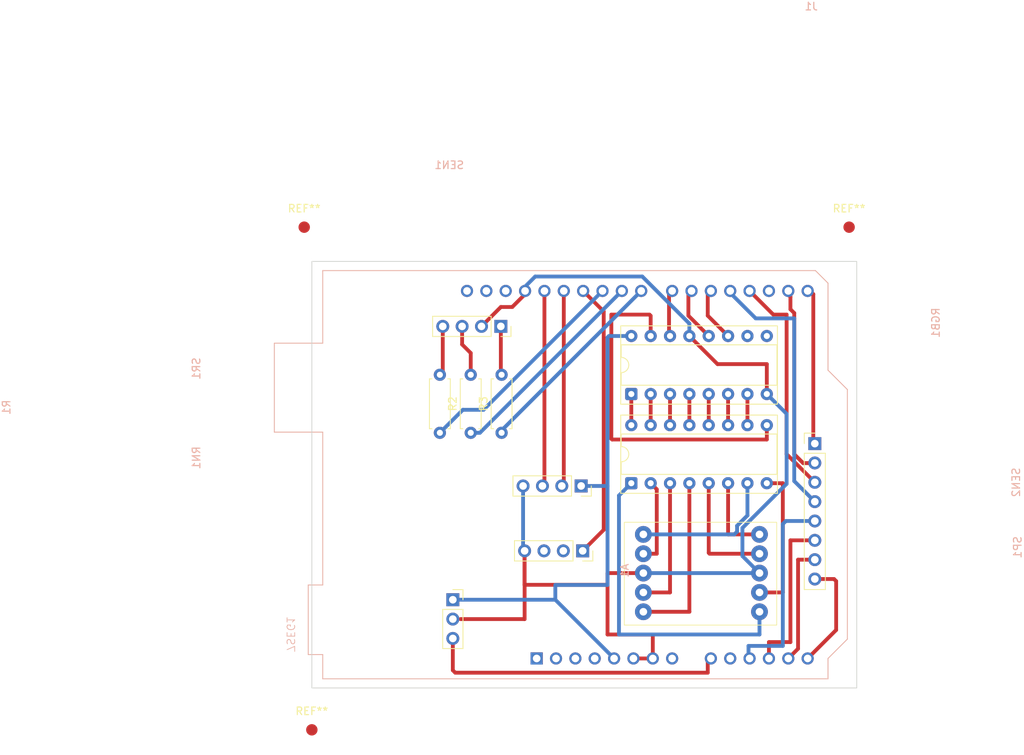
<source format=kicad_pcb>
(kicad_pcb (version 20241229) (generator "pcbnew") (generator_version "9.0")
  (layers (0 "F.Cu" signal) (2 "B.Cu" signal) (13 "F.Paste" user) (15 "B.Paste" user) (5 "F.SilkS" user "F.Silkscreen") (7 "B.SilkS" user "B.Silkscreen") (1 "F.Mask" user) (3 "B.Mask" user) (25 "Edge.Cuts" user))
  (net 0 "")
  (net 1 "/B")
  (net 2 "/A")
  (net 3 "/G")
  (net 4 "GND")
  (net 5 "/E")
  (net 6 "/D")
  (net 7 "/F")
  (net 8 "/DP")
  (net 9 "/C")
  (net 10 "/D1")
  (net 13 "/A0")
  (net 15 "/A1")
  (net 16 "/D2")
  (net 17 "/D6")
  (net 18 "/A3")
  (net 19 "/A2")
  (net 20 "/PWM8")
  (net 21 "/D7")
  (net 22 "/5v")
  (net 23 "/D13")
  (net 25 "/PWM11")
  (net 26 "/A5")
  (net 27 "/D12")
  (net 28 "/PWM9")
  (net 29 "/D0")
  (net 30 "/PWM10")
  (net 31 "/A4")
  (net 32 "/D3")
  (net 33 "/D4")
  (net 35 "/D5")
  (net 39 "Net-(RGB1-Pin_4)")
  (net 40 "Net-(RGB1-Pin_3)")
  (net 41 "Net-(RGB1-Pin_1)")
  (net 42 "Net-(RN1-R4.2)")
  (net 43 "Net-(RN1-R8.2)")
  (net 44 "Net-(RN1-R3.2)")
  (net 45 "Net-(RN1-R2.2)")
  (net 46 "/12")
  (net 47 "/11")
  (net 48 "Net-(RN1-R1.2)")
  (net 49 "/10")
  (footprint "Connector_PinHeader_2.54mm:PinHeader_1x08_P2.54mm_Vertical" (layer "F.Cu") (at 179.2 92.94)
    (property "Reference" "J1" (at -0.47 -57.4 180) (layer "B.SilkS") (effects (justify mirror)))
    (property "Value" "Conn_01x08_Pin")
    (fp_line (start -1.38 -1.38) (end 0 -1.38) (stroke (width 0.12)) (layer "F.SilkS"))
    (fp_line (start -1.38 0) (end -1.38 -1.38) (stroke (width 0.12)) (layer "F.SilkS"))
    (fp_line (start -1.38 1.27) (end -1.38 19.16) (stroke (width 0.12)) (layer "F.SilkS"))
    (fp_line (start -1.38 1.27) (end 1.38 1.27) (stroke (width 0.12)) (layer "F.SilkS"))
    (fp_line (start -1.38 19.16) (end 1.38 19.16) (stroke (width 0.12)) (layer "F.SilkS"))
    (fp_line (start 1.38 1.27) (end 1.38 19.16) (stroke (width 0.12)) (layer "F.SilkS"))
    (pad "1" thru_hole rect (at 0 0) (size 1.7 1.7) (drill 1) (layers "*.Cu" "*.Mask") (net 29 "/D0"))
    (pad "2" thru_hole circle (at 0 2.54) (size 1.7 1.7) (drill 1) (layers "*.Cu" "*.Mask") (net 10 "/D1"))
    (pad "3" thru_hole circle (at 0 5.08) (size 1.7 1.7) (drill 1) (layers "*.Cu" "*.Mask") (net 32 "/D3"))
    (pad "4" thru_hole circle (at 0 7.62) (size 1.7 1.7) (drill 1) (layers "*.Cu" "*.Mask") (net 33 "/D4"))
    (pad "5" thru_hole circle (at 0 10.16) (size 1.7 1.7) (drill 1) (layers "*.Cu" "*.Mask") (net 19 "/A2"))
    (pad "6" thru_hole circle (at 0 12.7) (size 1.7 1.7) (drill 1) (layers "*.Cu" "*.Mask") (net 18 "/A3"))
    (pad "7" thru_hole circle (at 0 15.24) (size 1.7 1.7) (drill 1) (layers "*.Cu" "*.Mask") (net 31 "/A4"))
    (pad "8" thru_hole circle (at 0 17.78) (size 1.7 1.7) (drill 1) (layers "*.Cu" "*.Mask") (net 26 "/A5"))
  )
  (footprint "Resistor_THT:R_Axial_DIN0207_L6.3mm_D2.5mm_P7.62mm_Horizontal" (layer "F.Cu") (at 130 91.52 90)
    (property "Reference" "R1" (at 3.34 -56.87 90) (layer "B.SilkS") (effects (justify mirror)))
    (property "Value" "R")
    (fp_line (start 7.08 -1.37) (end 7.08 -1.04) (stroke (width 0.12)) (layer "F.SilkS"))
    (fp_line (start 0.54 -1.37) (end 7.08 -1.37) (stroke (width 0.12)) (layer "F.SilkS"))
    (fp_line (start 0.54 -1.04) (end 0.54 -1.37) (stroke (width 0.12)) (layer "F.SilkS"))
    (fp_line (start 0.54 1.04) (end 0.54 1.37) (stroke (width 0.12)) (layer "F.SilkS"))
    (fp_line (start 7.08 1.37) (end 7.08 1.04) (stroke (width 0.12)) (layer "F.SilkS"))
    (fp_line (start 0.54 1.37) (end 7.08 1.37) (stroke (width 0.12)) (layer "F.SilkS"))
    (pad "1" thru_hole circle (at 0 0 90) (size 1.6 1.6) (drill 0.8) (layers "*.Cu" "*.Mask") (net 30 "/PWM10"))
    (pad "2" thru_hole circle (at 7.62 0 90) (size 1.6 1.6) (drill 0.8) (layers "*.Cu" "*.Mask") (net 39 "Net-(RGB1-Pin_4)"))
  )
  (footprint "Fiducial:Fiducial_1.5mm_Mask3mm" (layer "F.Cu") (at 113.2 130.52)
    (property "Reference" "REF**" (at 0 -2.45 0) (layer "F.SilkS"))
    (property "Value" "Fiducial_1.5mm_Mask3mm")
    (pad "" smd circle (at 0 0) (size 1.5 1.5) (layers "F.Cu" "F.Mask"))
  )
  (footprint "Package_DIP:DIP-16_W7.62mm_Socket" (layer "F.Cu") (at 155.12 86.43 90)
    (property "Reference" "SR1" (at 3.34 -57.07 90) (layer "B.SilkS") (effects (justify mirror)))
    (property "Value" "74HC595")
    (fp_line (start 6.46 -1.33) (end 4.81 -1.33) (stroke (width 0.12)) (layer "F.SilkS"))
    (fp_line (start 2.81 -1.33) (end 1.16 -1.33) (stroke (width 0.12)) (layer "F.SilkS"))
    (fp_line (start 1.16 -1.33) (end 1.16 19.11) (stroke (width 0.12)) (layer "F.SilkS"))
    (fp_line (start 6.46 19.11) (end 6.46 -1.33) (stroke (width 0.12)) (layer "F.SilkS"))
    (fp_line (start 1.16 19.11) (end 6.46 19.11) (stroke (width 0.12)) (layer "F.SilkS"))
    (fp_rect (start -1.33 -1.39) (end 8.95 19.17) (stroke (width 0.12)) (fill no) (layer "F.SilkS"))
    (fp_arc (start 4.81 -1.33) (mid 3.81 -0.33) (end 2.81 -1.33) (stroke (width 0.12)) (layer "F.SilkS"))
    (pad "1" thru_hole roundrect (at 0 0 90) (size 1.6 1.6) (drill 0.8) (layers "*.Cu" "*.Mask") (roundrect_rratio 0.15625) (net 48 "Net-(RN1-R1.2)"))
    (pad "2" thru_hole circle (at 0 2.54 90) (size 1.6 1.6) (drill 0.8) (layers "*.Cu" "*.Mask") (net 45 "Net-(RN1-R2.2)"))
    (pad "3" thru_hole circle (at 0 5.08 90) (size 1.6 1.6) (drill 0.8) (layers "*.Cu" "*.Mask") (net 44 "Net-(RN1-R3.2)"))
    (pad "4" thru_hole circle (at 0 7.62 90) (size 1.6 1.6) (drill 0.8) (layers "*.Cu" "*.Mask") (net 42 "Net-(RN1-R4.2)"))
    (pad "5" thru_hole circle (at 0 10.16 90) (size 1.6 1.6) (drill 0.8) (layers "*.Cu" "*.Mask") (net 46 "/12"))
    (pad "6" thru_hole circle (at 0 12.7 90) (size 1.6 1.6) (drill 0.8) (layers "*.Cu" "*.Mask") (net 47 "/11"))
    (pad "7" thru_hole circle (at 0 15.24 90) (size 1.6 1.6) (drill 0.8) (layers "*.Cu" "*.Mask") (net 49 "/10"))
    (pad "8" thru_hole circle (at 0 17.78 90) (size 1.6 1.6) (drill 0.8) (layers "*.Cu" "*.Mask") (net 4 "GND"))
    (pad "9" thru_hole circle (at 7.62 17.78 90) (size 1.6 1.6) (drill 0.8) (layers "*.Cu" "*.Mask"))
    (pad "10" thru_hole circle (at 7.62 15.24 90) (size 1.6 1.6) (drill 0.8) (layers "*.Cu" "*.Mask"))
    (pad "11" thru_hole circle (at 7.62 12.7 90) (size 1.6 1.6) (drill 0.8) (layers "*.Cu" "*.Mask") (net 35 "/D5"))
    (pad "12" thru_hole circle (at 7.62 10.16 90) (size 1.6 1.6) (drill 0.8) (layers "*.Cu" "*.Mask") (net 17 "/D6"))
    (pad "13" thru_hole circle (at 7.62 7.62 90) (size 1.6 1.6) (drill 0.8) (layers "*.Cu" "*.Mask") (net 4 "GND"))
    (pad "14" thru_hole circle (at 7.62 5.08 90) (size 1.6 1.6) (drill 0.8) (layers "*.Cu" "*.Mask") (net 21 "/D7"))
    (pad "15" thru_hole circle (at 7.62 2.54 90) (size 1.6 1.6) (drill 0.8) (layers "*.Cu" "*.Mask") (net 43 "Net-(RN1-R8.2)"))
    (pad "16" thru_hole circle (at 7.62 0 90) (size 1.6 1.6) (drill 0.8) (layers "*.Cu" "*.Mask") (net 22 "/5v"))
  )
  (footprint "Package_DIP:DIP-16_W7.62mm_Socket" (layer "F.Cu") (at 155.12 98.14 90)
    (property "Reference" "RN1" (at 3.34 -57.07 90) (layer "B.SilkS") (effects (justify mirror)))
    (property "Value" "R_Pack08")
    (fp_line (start 6.46 -1.33) (end 4.81 -1.33) (stroke (width 0.12)) (layer "F.SilkS"))
    (fp_line (start 2.81 -1.33) (end 1.16 -1.33) (stroke (width 0.12)) (layer "F.SilkS"))
    (fp_line (start 1.16 -1.33) (end 1.16 19.11) (stroke (width 0.12)) (layer "F.SilkS"))
    (fp_line (start 6.46 19.11) (end 6.46 -1.33) (stroke (width 0.12)) (layer "F.SilkS"))
    (fp_line (start 1.16 19.11) (end 6.46 19.11) (stroke (width 0.12)) (layer "F.SilkS"))
    (fp_rect (start -1.33 -1.39) (end 8.95 19.17) (stroke (width 0.12)) (fill no) (layer "F.SilkS"))
    (fp_arc (start 4.81 -1.33) (mid 3.81 -0.33) (end 2.81 -1.33) (stroke (width 0.12)) (layer "F.SilkS"))
    (pad "1" thru_hole roundrect (at 0 0 90) (size 1.6 1.6) (drill 0.8) (layers "*.Cu" "*.Mask") (roundrect_rratio 0.15625) (net 1 "/B"))
    (pad "2" thru_hole circle (at 0 2.54 90) (size 1.6 1.6) (drill 0.8) (layers "*.Cu" "*.Mask") (net 9 "/C"))
    (pad "3" thru_hole circle (at 0 5.08 90) (size 1.6 1.6) (drill 0.8) (layers "*.Cu" "*.Mask") (net 6 "/D"))
    (pad "4" thru_hole circle (at 0 7.62 90) (size 1.6 1.6) (drill 0.8) (layers "*.Cu" "*.Mask") (net 5 "/E"))
    (pad "5" thru_hole circle (at 0 10.16 90) (size 1.6 1.6) (drill 0.8) (layers "*.Cu" "*.Mask") (net 7 "/F"))
    (pad "6" thru_hole circle (at 0 12.7 90) (size 1.6 1.6) (drill 0.8) (layers "*.Cu" "*.Mask") (net 3 "/G"))
    (pad "7" thru_hole circle (at 0 15.24 90) (size 1.6 1.6) (drill 0.8) (layers "*.Cu" "*.Mask") (net 8 "/DP"))
    (pad "8" thru_hole circle (at 0 17.78 90) (size 1.6 1.6) (drill 0.8) (layers "*.Cu" "*.Mask") (net 2 "/A"))
    (pad "9" thru_hole circle (at 7.62 17.78 90) (size 1.6 1.6) (drill 0.8) (layers "*.Cu" "*.Mask") (net 43 "Net-(RN1-R8.2)"))
    (pad "10" thru_hole circle (at 7.62 15.24 90) (size 1.6 1.6) (drill 0.8) (layers "*.Cu" "*.Mask") (net 49 "/10"))
    (pad "11" thru_hole circle (at 7.62 12.7 90) (size 1.6 1.6) (drill 0.8) (layers "*.Cu" "*.Mask") (net 47 "/11"))
    (pad "12" thru_hole circle (at 7.62 10.16 90) (size 1.6 1.6) (drill 0.8) (layers "*.Cu" "*.Mask") (net 46 "/12"))
    (pad "13" thru_hole circle (at 7.62 7.62 90) (size 1.6 1.6) (drill 0.8) (layers "*.Cu" "*.Mask") (net 42 "Net-(RN1-R4.2)"))
    (pad "14" thru_hole circle (at 7.62 5.08 90) (size 1.6 1.6) (drill 0.8) (layers "*.Cu" "*.Mask") (net 44 "Net-(RN1-R3.2)"))
    (pad "15" thru_hole circle (at 7.62 2.54 90) (size 1.6 1.6) (drill 0.8) (layers "*.Cu" "*.Mask") (net 45 "Net-(RN1-R2.2)"))
    (pad "16" thru_hole circle (at 7.62 0 90) (size 1.6 1.6) (drill 0.8) (layers "*.Cu" "*.Mask") (net 48 "Net-(RN1-R1.2)"))
  )
  (footprint "Fiducial:Fiducial_1.5mm_Mask3mm" (layer "F.Cu") (at 112.2 64.52)
    (property "Reference" "REF**" (at 0 -2.45 0) (layer "F.SilkS"))
    (property "Value" "Fiducial_1.5mm_Mask3mm")
    (pad "" smd circle (at 0 0) (size 1.5 1.5) (layers "F.Cu" "F.Mask"))
  )
  (footprint "Connector_PinSocket_2.54mm:PinSocket_1x04_P2.54mm_Vertical" (layer "F.Cu") (at 138 77.545 -90)
    (property "Reference" "RGB1" (at -0.47 -57.07 90) (layer "B.SilkS") (effects (justify mirror)))
    (property "Value" "Conn_01x04_Socket")
    (fp_line (start -1.33 8.95) (end 1.33 8.95) (stroke (width 0.12)) (layer "F.SilkS"))
    (fp_line (start -1.33 1.27) (end -1.33 8.95) (stroke (width 0.12)) (layer "F.SilkS"))
    (fp_line (start -1.33 1.27) (end 1.33 1.27) (stroke (width 0.12)) (layer "F.SilkS"))
    (fp_line (start 1.33 1.27) (end 1.33 8.95) (stroke (width 0.12)) (layer "F.SilkS"))
    (fp_line (start 0 -1.33) (end 1.33 -1.33) (stroke (width 0.12)) (layer "F.SilkS"))
    (fp_line (start 1.33 -1.33) (end 1.33 0) (stroke (width 0.12)) (layer "F.SilkS"))
    (pad "1" thru_hole rect (at 0 0 270) (size 1.7 1.7) (drill 1) (layers "*.Cu" "*.Mask") (net 41 "Net-(RGB1-Pin_1)"))
    (pad "2" thru_hole circle (at 0 2.54 270) (size 1.7 1.7) (drill 1) (layers "*.Cu" "*.Mask") (net 4 "GND"))
    (pad "3" thru_hole circle (at 0 5.08 270) (size 1.7 1.7) (drill 1) (layers "*.Cu" "*.Mask") (net 40 "Net-(RGB1-Pin_3)"))
    (pad "4" thru_hole circle (at 0 7.62 270) (size 1.7 1.7) (drill 1) (layers "*.Cu" "*.Mask") (net 39 "Net-(RGB1-Pin_4)"))
  )
  (footprint "Fiducial:Fiducial_1.5mm_Mask3mm" (layer "F.Cu") (at 183.7 64.52)
    (property "Reference" "REF**" (at 0 -2.45 0) (layer "F.SilkS"))
    (property "Value" "Fiducial_1.5mm_Mask3mm")
    (pad "" smd circle (at 0 0) (size 1.5 1.5) (layers "F.Cu" "F.Mask"))
  )
  (footprint "footprints:LS-5161AS" (layer "F.Cu") (at 156.7 115.02 90)
    (property "Reference" "7SEG1" (at -2.97 -46.29 270) (layer "B.SilkS") (effects (font (thickness 0.1)) (justify mirror)))
    (property "Value" "D168K")
    (fp_rect (start -1.75 -2.5) (end 11.75 17.5) (stroke (width 0.1)) (fill no) (layer "F.SilkS"))
    (pad "1" thru_hole circle (at 0 0 90) (size 2.2 2.2) (drill 1) (layers "*.Cu" "*.Mask") (net 5 "/E"))
    (pad "2" thru_hole circle (at 2.54 0 90) (size 2.2 2.2) (drill 1) (layers "*.Cu" "*.Mask") (net 6 "/D"))
    (pad "3" thru_hole circle (at 5.08 0 90) (size 2.2 2.2) (drill 1) (layers "*.Cu" "*.Mask") (net 4 "GND"))
    (pad "4" thru_hole circle (at 7.62 0 90) (size 2.2 2.2) (drill 1) (layers "*.Cu" "*.Mask") (net 9 "/C"))
    (pad "5" thru_hole circle (at 10.16 0 90) (size 2.2 2.2) (drill 1) (layers "*.Cu" "*.Mask") (net 8 "/DP"))
    (pad "6" thru_hole circle (at 0 15.24 90) (size 2.2 2.2) (drill 1) (layers "*.Cu" "*.Mask") (net 1 "/B"))
    (pad "7" thru_hole circle (at 2.54 15.24 90) (size 2.2 2.2) (drill 1) (layers "*.Cu" "*.Mask") (net 2 "/A"))
    (pad "8" thru_hole circle (at 5.08 15.24 90) (size 2.2 2.2) (drill 1) (layers "*.Cu" "*.Mask") (net 4 "GND"))
    (pad "9" thru_hole circle (at 7.62 15.24 90) (size 2.2 2.2) (drill 1) (layers "*.Cu" "*.Mask") (net 7 "/F"))
    (pad "10" thru_hole circle (at 10.16 15.24 90) (size 2.2 2.2) (drill 1) (layers "*.Cu" "*.Mask") (net 3 "/G"))
  )
  (footprint "Resistor_THT:R_Axial_DIN0207_L6.3mm_D2.5mm_P7.62mm_Horizontal" (layer "F.Cu") (at 134.05 91.52 90)
    (property "Reference" "R2" (at 3.81 -2.37 90) (layer "F.SilkS"))
    (property "Value" "R")
    (fp_line (start 7.08 -1.37) (end 7.08 -1.04) (stroke (width 0.12)) (layer "F.SilkS"))
    (fp_line (start 0.54 -1.37) (end 7.08 -1.37) (stroke (width 0.12)) (layer "F.SilkS"))
    (fp_line (start 0.54 -1.04) (end 0.54 -1.37) (stroke (width 0.12)) (layer "F.SilkS"))
    (fp_line (start 0.54 1.04) (end 0.54 1.37) (stroke (width 0.12)) (layer "F.SilkS"))
    (fp_line (start 7.08 1.37) (end 7.08 1.04) (stroke (width 0.12)) (layer "F.SilkS"))
    (fp_line (start 0.54 1.37) (end 7.08 1.37) (stroke (width 0.12)) (layer "F.SilkS"))
    (pad "1" thru_hole circle (at 0 0 90) (size 1.6 1.6) (drill 0.8) (layers "*.Cu" "*.Mask") (net 28 "/PWM9"))
    (pad "2" thru_hole circle (at 7.62 0 90) (size 1.6 1.6) (drill 0.8) (layers "*.Cu" "*.Mask") (net 40 "Net-(RGB1-Pin_3)"))
  )
  (footprint "Connector_PinSocket_2.54mm:PinSocket_1x04_P2.54mm_Vertical" (layer "F.Cu") (at 148.74 107.02 -90)
    (property "Reference" "SP1" (at -0.47 -57.07 90) (layer "B.SilkS") (effects (justify mirror)))
    (property "Value" "Conn_01x04_Socket")
    (fp_line (start -1.33 8.95) (end 1.33 8.95) (stroke (width 0.12)) (layer "F.SilkS"))
    (fp_line (start -1.33 1.27) (end -1.33 8.95) (stroke (width 0.12)) (layer "F.SilkS"))
    (fp_line (start -1.33 1.27) (end 1.33 1.27) (stroke (width 0.12)) (layer "F.SilkS"))
    (fp_line (start 1.33 1.27) (end 1.33 8.95) (stroke (width 0.12)) (layer "F.SilkS"))
    (fp_line (start 0 -1.33) (end 1.33 -1.33) (stroke (width 0.12)) (layer "F.SilkS"))
    (fp_line (start 1.33 -1.33) (end 1.33 0) (stroke (width 0.12)) (layer "F.SilkS"))
    (pad "1" thru_hole rect (at 0 0 270) (size 1.7 1.7) (drill 1) (layers "*.Cu" "*.Mask") (net 25 "/PWM11"))
    (pad "2" thru_hole circle (at 0 2.54 270) (size 1.7 1.7) (drill 1) (layers "*.Cu" "*.Mask"))
    (pad "3" thru_hole circle (at 0 5.08 270) (size 1.7 1.7) (drill 1) (layers "*.Cu" "*.Mask"))
    (pad "4" thru_hole circle (at 0 7.62 270) (size 1.7 1.7) (drill 1) (layers "*.Cu" "*.Mask") (net 4 "GND"))
  )
  (footprint "Connector_PinSocket_2.54mm:PinSocket_1x04_P2.54mm_Vertical" (layer "F.Cu") (at 148.54 98.5 -90)
    (property "Reference" "SEN2" (at -0.47 -57.07 90) (layer "B.SilkS") (effects (justify mirror)))
    (property "Value" "Conn_01x04_Socket")
    (fp_line (start -1.33 8.95) (end 1.33 8.95) (stroke (width 0.12)) (layer "F.SilkS"))
    (fp_line (start -1.33 1.27) (end -1.33 8.95) (stroke (width 0.12)) (layer "F.SilkS"))
    (fp_line (start -1.33 1.27) (end 1.33 1.27) (stroke (width 0.12)) (layer "F.SilkS"))
    (fp_line (start 1.33 1.27) (end 1.33 8.95) (stroke (width 0.12)) (layer "F.SilkS"))
    (fp_line (start 0 -1.33) (end 1.33 -1.33) (stroke (width 0.12)) (layer "F.SilkS"))
    (fp_line (start 1.33 -1.33) (end 1.33 0) (stroke (width 0.12)) (layer "F.SilkS"))
    (pad "1" thru_hole rect (at 0 0 270) (size 1.7 1.7) (drill 1) (layers "*.Cu" "*.Mask") (net 22 "/5v"))
    (pad "2" thru_hole circle (at 0 2.54 270) (size 1.7 1.7) (drill 1) (layers "*.Cu" "*.Mask") (net 27 "/D12"))
    (pad "3" thru_hole circle (at 0 5.08 270) (size 1.7 1.7) (drill 1) (layers "*.Cu" "*.Mask") (net 23 "/D13"))
    (pad "4" thru_hole circle (at 0 7.62 270) (size 1.7 1.7) (drill 1) (layers "*.Cu" "*.Mask") (net 4 "GND"))
  )
  (footprint "Resistor_THT:R_Axial_DIN0207_L6.3mm_D2.5mm_P7.62mm_Horizontal" (layer "F.Cu") (at 138.1 91.52 90)
    (property "Reference" "R3" (at 3.81 -2.37 90) (layer "F.SilkS"))
    (property "Value" "R")
    (fp_line (start 7.08 -1.37) (end 7.08 -1.04) (stroke (width 0.12)) (layer "F.SilkS"))
    (fp_line (start 0.54 -1.37) (end 7.08 -1.37) (stroke (width 0.12)) (layer "F.SilkS"))
    (fp_line (start 0.54 -1.04) (end 0.54 -1.37) (stroke (width 0.12)) (layer "F.SilkS"))
    (fp_line (start 0.54 1.04) (end 0.54 1.37) (stroke (width 0.12)) (layer "F.SilkS"))
    (fp_line (start 7.08 1.37) (end 7.08 1.04) (stroke (width 0.12)) (layer "F.SilkS"))
    (fp_line (start 0.54 1.37) (end 7.08 1.37) (stroke (width 0.12)) (layer "F.SilkS"))
    (pad "1" thru_hole circle (at 0 0 90) (size 1.6 1.6) (drill 0.8) (layers "*.Cu" "*.Mask") (net 20 "/PWM8"))
    (pad "2" thru_hole circle (at 7.62 0 90) (size 1.6 1.6) (drill 0.8) (layers "*.Cu" "*.Mask") (net 41 "Net-(RGB1-Pin_1)"))
  )
  (footprint "Connector_PinSocket_2.54mm:PinSocket_1x03_P2.54mm_Vertical" (layer "F.Cu") (at 131.7 113.44)
    (property "Reference" "SEN1" (at -0.47 -57.07 180) (layer "B.SilkS") (effects (justify mirror)))
    (property "Value" "Conn_01x03_Socket")
    (fp_line (start -1.33 1.27) (end -1.33 6.41) (stroke (width 0.12)) (layer "F.SilkS"))
    (fp_line (start -1.33 1.27) (end 1.33 1.27) (stroke (width 0.12)) (layer "F.SilkS"))
    (fp_line (start -1.33 6.41) (end 1.33 6.41) (stroke (width 0.12)) (layer "F.SilkS"))
    (fp_line (start 0 -1.33) (end 1.33 -1.33) (stroke (width 0.12)) (layer "F.SilkS"))
    (fp_line (start 1.33 -1.33) (end 1.33 0) (stroke (width 0.12)) (layer "F.SilkS"))
    (fp_line (start 1.33 1.27) (end 1.33 6.41) (stroke (width 0.12)) (layer "F.SilkS"))
    (pad "1" thru_hole rect (at 0 0) (size 1.7 1.7) (drill 1) (layers "*.Cu" "*.Mask") (net 22 "/5v"))
    (pad "2" thru_hole circle (at 0 2.54) (size 1.7 1.7) (drill 1) (layers "*.Cu" "*.Mask") (net 4 "GND"))
    (pad "3" thru_hole circle (at 0 5.08) (size 1.7 1.7) (drill 1) (layers "*.Cu" "*.Mask") (net 13 "/A0"))
  )
  (footprint "Module:Arduino_UNO_R3" (layer "B.Cu") (at 142.7 121.15)
    (property "Reference" "A1" (at 11.555 -11.535 90) (layer "B.SilkS") (effects (justify mirror)))
    (property "Value" "Arduino_UNO_R3")
    (fp_line (start -34.42 -41.4) (end -28.07 -41.4) (stroke (width 0.12)) (layer "B.SilkS"))
    (fp_line (start -34.42 -29.72) (end -34.42 -41.4) (stroke (width 0.12)) (layer "B.SilkS"))
    (fp_line (start -29.97 -9.65) (end -28.07 -9.65) (stroke (width 0.12)) (layer "B.SilkS"))
    (fp_line (start -29.97 -0.51) (end -29.97 -9.65) (stroke (width 0.12)) (layer "B.SilkS"))
    (fp_line (start -28.07 -50.93) (end 36.58 -50.93) (stroke (width 0.12)) (layer "B.SilkS"))
    (fp_line (start -28.07 -41.4) (end -28.07 -50.93) (stroke (width 0.12)) (layer "B.SilkS"))
    (fp_line (start -28.07 -29.72) (end -34.42 -29.72) (stroke (width 0.12)) (layer "B.SilkS"))
    (fp_line (start -28.07 -9.65) (end -28.07 -29.72) (stroke (width 0.12)) (layer "B.SilkS"))
    (fp_line (start -28.07 -0.51) (end -29.97 -0.51) (stroke (width 0.12)) (layer "B.SilkS"))
    (fp_line (start -28.07 2.67) (end -28.07 -0.51) (stroke (width 0.12)) (layer "B.SilkS"))
    (fp_line (start 36.58 -50.93) (end 38.23 -49.28) (stroke (width 0.12)) (layer "B.SilkS"))
    (fp_line (start 38.23 -49.28) (end 38.23 -37.85) (stroke (width 0.12)) (layer "B.SilkS"))
    (fp_line (start 38.23 -37.85) (end 40.77 -35.31) (stroke (width 0.12)) (layer "B.SilkS"))
    (fp_line (start 38.23 0) (end 38.23 2.67) (stroke (width 0.12)) (layer "B.SilkS"))
    (fp_line (start 38.23 2.67) (end -28.07 2.67) (stroke (width 0.12)) (layer "B.SilkS"))
    (fp_line (start 40.77 -35.31) (end 40.77 -2.54) (stroke (width 0.12)) (layer "B.SilkS"))
    (fp_line (start 40.77 -2.54) (end 38.23 0) (stroke (width 0.12)) (layer "B.SilkS"))
    (pad "1" thru_hole rect (at 0 0 270) (size 1.6 1.6) (drill 1) (layers "*.Cu" "*.Mask"))
    (pad "2" thru_hole oval (at 2.54 0 270) (size 1.6 1.6) (drill 1) (layers "*.Cu" "*.Mask"))
    (pad "3" thru_hole oval (at 5.08 0 270) (size 1.6 1.6) (drill 1) (layers "*.Cu" "*.Mask"))
    (pad "4" thru_hole oval (at 7.62 0 270) (size 1.6 1.6) (drill 1) (layers "*.Cu" "*.Mask"))
    (pad "5" thru_hole oval (at 10.16 0 270) (size 1.6 1.6) (drill 1) (layers "*.Cu" "*.Mask") (net 22 "/5v"))
    (pad "6" thru_hole oval (at 12.7 0 270) (size 1.6 1.6) (drill 1) (layers "*.Cu" "*.Mask") (net 4 "GND"))
    (pad "7" thru_hole oval (at 15.24 0 270) (size 1.6 1.6) (drill 1) (layers "*.Cu" "*.Mask") (net 4 "GND"))
    (pad "8" thru_hole oval (at 17.78 0 270) (size 1.6 1.6) (drill 1) (layers "*.Cu" "*.Mask"))
    (pad "9" thru_hole oval (at 22.86 0 270) (size 1.6 1.6) (drill 1) (layers "*.Cu" "*.Mask") (net 13 "/A0"))
    (pad "10" thru_hole oval (at 25.4 0 270) (size 1.6 1.6) (drill 1) (layers "*.Cu" "*.Mask") (net 15 "/A1"))
    (pad "11" thru_hole oval (at 27.94 0 270) (size 1.6 1.6) (drill 1) (layers "*.Cu" "*.Mask") (net 19 "/A2"))
    (pad "12" thru_hole oval (at 30.48 0 270) (size 1.6 1.6) (drill 1) (layers "*.Cu" "*.Mask") (net 18 "/A3"))
    (pad "13" thru_hole oval (at 33.02 0 270) (size 1.6 1.6) (drill 1) (layers "*.Cu" "*.Mask") (net 31 "/A4"))
    (pad "14" thru_hole oval (at 35.56 0 270) (size 1.6 1.6) (drill 1) (layers "*.Cu" "*.Mask") (net 26 "/A5"))
    (pad "15" thru_hole oval (at 35.56 -48.26 270) (size 1.6 1.6) (drill 1) (layers "*.Cu" "*.Mask") (net 29 "/D0"))
    (pad "16" thru_hole oval (at 33.02 -48.26 270) (size 1.6 1.6) (drill 1) (layers "*.Cu" "*.Mask") (net 10 "/D1"))
    (pad "17" thru_hole oval (at 30.48 -48.26 270) (size 1.6 1.6) (drill 1) (layers "*.Cu" "*.Mask") (net 16 "/D2"))
    (pad "18" thru_hole oval (at 27.94 -48.26 270) (size 1.6 1.6) (drill 1) (layers "*.Cu" "*.Mask") (net 32 "/D3"))
    (pad "19" thru_hole oval (at 25.4 -48.26 270) (size 1.6 1.6) (drill 1) (layers "*.Cu" "*.Mask") (net 33 "/D4"))
    (pad "20" thru_hole oval (at 22.86 -48.26 270) (size 1.6 1.6) (drill 1) (layers "*.Cu" "*.Mask") (net 35 "/D5"))
    (pad "21" thru_hole oval (at 20.32 -48.26 270) (size 1.6 1.6) (drill 1) (layers "*.Cu" "*.Mask") (net 17 "/D6"))
    (pad "22" thru_hole oval (at 17.78 -48.26 270) (size 1.6 1.6) (drill 1) (layers "*.Cu" "*.Mask") (net 21 "/D7"))
    (pad "23" thru_hole oval (at 13.72 -48.26 270) (size 1.6 1.6) (drill 1) (layers "*.Cu" "*.Mask") (net 20 "/PWM8"))
    (pad "24" thru_hole oval (at 11.18 -48.26 270) (size 1.6 1.6) (drill 1) (layers "*.Cu" "*.Mask") (net 28 "/PWM9"))
    (pad "25" thru_hole oval (at 8.64 -48.26 270) (size 1.6 1.6) (drill 1) (layers "*.Cu" "*.Mask") (net 30 "/PWM10"))
    (pad "26" thru_hole oval (at 6.1 -48.26 270) (size 1.6 1.6) (drill 1) (layers "*.Cu" "*.Mask") (net 25 "/PWM11"))
    (pad "27" thru_hole oval (at 3.56 -48.26 270) (size 1.6 1.6) (drill 1) (layers "*.Cu" "*.Mask") (net 27 "/D12"))
    (pad "28" thru_hole oval (at 1.02 -48.26 270) (size 1.6 1.6) (drill 1) (layers "*.Cu" "*.Mask") (net 23 "/D13"))
    (pad "29" thru_hole oval (at -1.52 -48.26 270) (size 1.6 1.6) (drill 1) (layers "*.Cu" "*.Mask") (net 4 "GND"))
    (pad "30" thru_hole oval (at -4.06 -48.26 270) (size 1.6 1.6) (drill 1) (layers "*.Cu" "*.Mask"))
    (pad "31" thru_hole oval (at -6.6 -48.26 270) (size 1.6 1.6) (drill 1) (layers "*.Cu" "*.Mask"))
    (pad "32" thru_hole oval (at -9.14 -48.26 270) (size 1.6 1.6) (drill 1) (layers "*.Cu" "*.Mask"))
  )
  (gr_rect (start 113.2 69.02) (end 184.7 125.02) (stroke (width 0.1)) (fill no) (layer "Edge.Cuts"))
  (segment (start 171.94 118) (end 153.5 118) (width 0.5) (layer "B.Cu") (net 1))
  (segment (start 153.5 118) (end 153.5 99.76) (width 0.5) (layer "B.Cu") (net 1))
  (segment (start 153.5 99.76) (end 155.12 98.14) (width 0.5) (layer "B.Cu") (net 1))
  (segment (start 171.94 115.02) (end 171.94 118) (width 0.5) (layer "B.Cu") (net 1))
  (segment (start 172.9 98.14) (end 175 98.14) (width 0.5) (layer "F.Cu") (net 2))
  (segment (start 175 98.14) (end 175 112.48) (width 0.5) (layer "F.Cu") (net 2))
  (segment (start 175 112.48) (end 171.94 112.48) (width 0.5) (layer "F.Cu") (net 2))
  (segment (start 167.82 104.86) (end 171.94 104.86) (width 0.5) (layer "F.Cu") (net 3))
  (segment (start 167.82 98.14) (end 167.82 104.86) (width 0.5) (layer "F.Cu") (net 3))
  (segment (start 139.5 75) (end 138.005 75) (width 0.5) (layer "F.Cu") (net 4))
  (segment (start 152 118) (end 152 111.5) (width 0.5) (layer "F.Cu") (net 4))
  (segment (start 152 111.5) (end 152 110) (width 0.5) (layer "F.Cu") (net 4))
  (segment (start 141.18 73.32) (end 139.5 75) (width 0.5) (layer "F.Cu") (net 4))
  (segment (start 141.12 111.48) (end 151.98 111.48) (width 0.5) (layer "F.Cu") (net 4))
  (segment (start 152 110) (end 152.06 109.94) (width 0.5) (layer "F.Cu") (net 4))
  (segment (start 138.005 75) (end 135.46 77.545) (width 0.5) (layer "F.Cu") (net 4))
  (segment (start 141.12 115.98) (end 132.7 115.98) (width 0.5) (layer "F.Cu") (net 4))
  (segment (start 141.12 107.02) (end 141.12 111.48) (width 0.5) (layer "F.Cu") (net 4))
  (segment (start 172.9 82.5) (end 172.9 86.43) (width 0.5) (layer "F.Cu") (net 4))
  (segment (start 157.94 121.15) (end 157.94 118.06) (width 0.5) (layer "F.Cu") (net 4))
  (segment (start 151.98 111.48) (end 152 111.5) (width 0.5) (layer "F.Cu") (net 4))
  (segment (start 162.74 78.81) (end 166.43 82.5) (width 0.5) (layer "F.Cu") (net 4))
  (segment (start 166.43 82.5) (end 172.9 82.5) (width 0.5) (layer "F.Cu") (net 4))
  (segment (start 158 118) (end 152 118) (width 0.5) (layer "F.Cu") (net 4))
  (segment (start 152.06 109.94) (end 156.7 109.94) (width 0.5) (layer "F.Cu") (net 4))
  (segment (start 157.94 118.06) (end 158 118) (width 0.5) (layer "F.Cu") (net 4))
  (segment (start 141.12 107.56) (end 141.12 115.98) (width 0.5) (layer "F.Cu") (net 4))
  (segment (start 157.94 121.15) (end 155.4 121.15) (width 0.5) (layer "F.Cu") (net 4))
  (segment (start 171.94 109.94) (end 156.7 109.94) (width 0.5) (layer "B.Cu") (net 4))
  (segment (start 169.7 107.7) (end 171.94 109.94) (width 0.5) (layer "B.Cu") (net 4))
  (segment (start 172.9 86.43) (end 175.5 89.03) (width 0.5) (layer "B.Cu") (net 4))
  (segment (start 175.5 98.22) (end 169.7 104.02) (width 0.5) (layer "B.Cu") (net 4))
  (segment (start 140.77 72.74) (end 142.51 71) (width 0.5) (layer "B.Cu") (net 4))
  (segment (start 142.51 71) (end 156.560818 71) (width 0.5) (layer "B.Cu") (net 4))
  (segment (start 156.560818 71) (end 162.74 77.179182) (width 0.5) (layer "B.Cu") (net 4))
  (segment (start 140.92 98.5) (end 140.92 106.82) (width 0.5) (layer "B.Cu") (net 4))
  (segment (start 175.5 89.03) (end 175.5 98.22) (width 0.5) (layer "B.Cu") (net 4))
  (segment (start 140.92 106.82) (end 141.12 107.02) (width 0.5) (layer "B.Cu") (net 4))
  (segment (start 169.7 104.02) (end 169.7 107.7) (width 0.5) (layer "B.Cu") (net 4))
  (segment (start 162.74 77.179182) (end 162.74 78.81) (width 0.5) (layer "B.Cu") (net 4))
  (segment (start 162.74 115.02) (end 156.7 115.02) (width 0.5) (layer "F.Cu") (net 5))
  (segment (start 162.74 98.14) (end 162.74 115.02) (width 0.5) (layer "F.Cu") (net 5))
  (segment (start 160.2 112.48) (end 156.7 112.48) (width 0.5) (layer "F.Cu") (net 6))
  (segment (start 160.2 98.14) (end 160.2 112.48) (width 0.5) (layer "F.Cu") (net 6))
  (segment (start 165.4 107.4) (end 171.94 107.4) (width 0.5) (layer "F.Cu") (net 7))
  (segment (start 165.28 107.28) (end 165.4 107.4) (width 0.5) (layer "F.Cu") (net 7))
  (segment (start 165.28 98.14) (end 165.28 107.28) (width 0.5) (layer "F.Cu") (net 7))
  (segment (start 168.999 103.729636) (end 168.999 104.501) (width 0.5) (layer "B.Cu") (net 8))
  (segment (start 168.64 104.86) (end 156.7 104.86) (width 0.5) (layer "B.Cu") (net 8))
  (segment (start 168.999 104.501) (end 168.64 104.86) (width 0.5) (layer "B.Cu") (net 8))
  (segment (start 170.36 102.368636) (end 168.999 103.729636) (width 0.5) (layer "B.Cu") (net 8))
  (segment (start 170.36 98.14) (end 170.36 102.368636) (width 0.5) (layer "B.Cu") (net 8))
  (segment (start 158.459999 98.939999) (end 158.459999 107.4) (width 0.5) (layer "F.Cu") (net 9))
  (segment (start 157.66 98.14) (end 158.459999 98.939999) (width 0.5) (layer "F.Cu") (net 9))
  (segment (start 158.459999 107.4) (end 156.7 107.4) (width 0.5) (layer "F.Cu") (net 9))
  (segment (start 176 75.299) (end 176.5 75.799) (width 0.5) (layer "F.Cu") (net 10))
  (segment (start 175.36 73.02) (end 176 73.66) (width 0.5) (layer "F.Cu") (net 10))
  (segment (start 176.5 75.799) (end 176.5 94.328636) (width 0.5) (layer "F.Cu") (net 10))
  (segment (start 177.671364 95.5) (end 178.5 95.5) (width 0.5) (layer "F.Cu") (net 10))
  (segment (start 176 73.66) (end 176 75.299) (width 0.5) (layer "F.Cu") (net 10))
  (segment (start 176.5 94.328636) (end 177.671364 95.5) (width 0.5) (layer "F.Cu") (net 10))
  (segment (start 131.7 122.7) (end 132.02 123.02) (width 0.5) (layer "F.Cu") (net 13))
  (segment (start 131.7 118.52) (end 131.7 122.7) (width 0.5) (layer "F.Cu") (net 13))
  (segment (start 132.02 123.02) (end 165.15 123.02) (width 0.5) (layer "F.Cu") (net 13))
  (segment (start 165.15 123.02) (end 165.15 121) (width 0.5) (layer "F.Cu") (net 13))
  (segment (start 162.61 72.74) (end 162.61 76.14) (width 0.5) (layer "F.Cu") (net 17))
  (segment (start 162.61 76.14) (end 165.28 78.81) (width 0.5) (layer "F.Cu") (net 17))
  (segment (start 179.2 105.64) (end 176 105.64) (width 0.5) (layer "F.Cu") (net 18))
  (segment (start 173.18 119) (end 173.18 121.15) (width 0.5) (layer "F.Cu") (net 18))
  (segment (start 176 119) (end 173.18 119) (width 0.5) (layer "F.Cu") (net 18))
  (segment (start 176 105.64) (end 176 119) (width 0.5) (layer "F.Cu") (net 18))
  (segment (start 179.2 103.1) (end 175.4 103.1) (width 0.5) (layer "B.Cu") (net 19))
  (segment (start 175.4 103.1) (end 175 103.5) (width 0.5) (layer "B.Cu") (net 19))
  (segment (start 170.5 119.5) (end 170.5 121.01) (width 0.5) (layer "B.Cu") (net 19))
  (segment (start 175 103.5) (end 175 119.5) (width 0.5) (layer "B.Cu") (net 19))
  (segment (start 175 119.5) (end 170.5 119.5) (width 0.5) (layer "B.Cu") (net 19))
  (segment (start 156.42 72.89) (end 138.1 91.21) (width 0.5) (layer "B.Cu") (net 20))
  (segment (start 160.07 72.74) (end 160.07 78.68) (width 0.5) (layer "F.Cu") (net 21))
  (segment (start 152 98.5) (end 152 111.5) (width 0.5) (layer "B.Cu") (net 22))
  (segment (start 152 79) (end 152 98.5) (width 0.5) (layer "B.Cu") (net 22))
  (segment (start 145.15 111.5) (end 145.15 113.44) (width 0.5) (layer "B.Cu") (net 22))
  (segment (start 148.54 98.5) (end 152 98.5) (width 0.5) (layer "B.Cu") (net 22))
  (segment (start 155.12 78.81) (end 152.19 78.81) (width 0.5) (layer "B.Cu") (net 22))
  (segment (start 152.86 121.15) (end 145.15 113.44) (width 0.5) (layer "B.Cu") (net 22))
  (segment (start 152 111.5) (end 145.15 111.5) (width 0.5) (layer "B.Cu") (net 22))
  (segment (start 152.19 78.81) (end 152 79) (width 0.5) (layer "B.Cu") (net 22))
  (segment (start 145.15 113.44) (end 131.7 113.44) (width 0.5) (layer "B.Cu") (net 22))
  (segment (start 143.72 98.24) (end 143.46 98.5) (width 0.5) (layer "F.Cu") (net 23))
  (segment (start 143.72 72.89) (end 143.72 98.24) (width 0.5) (layer "F.Cu") (net 23))
  (segment (start 151.5 75.59) (end 151.5 104.26) (width 0.5) (layer "F.Cu") (net 25))
  (segment (start 151.5 104.26) (end 148.74 107.02) (width 0.5) (layer "F.Cu") (net 25))
  (segment (start 148.8 72.89) (end 151.5 75.59) (width 0.5) (layer "F.Cu") (net 25))
  (segment (start 181.72 110.72) (end 182 111) (width 0.5) (layer "F.Cu") (net 26))
  (segment (start 182 117.41) (end 178.26 121.15) (width 0.5) (layer "F.Cu") (net 26))
  (segment (start 182 111) (end 182 117.41) (width 0.5) (layer "F.Cu") (net 26))
  (segment (start 179.2 110.72) (end 181.72 110.72) (width 0.5) (layer "F.Cu") (net 26))
  (segment (start 146.26 72.89) (end 146.26 98.24) (width 0.5) (layer "F.Cu") (net 27))
  (segment (start 146.26 98.24) (end 146 98.5) (width 0.5) (layer "F.Cu") (net 27))
  (segment (start 135.25 91.52) (end 134.05 91.52) (width 0.5) (layer "B.Cu") (net 28))
  (segment (start 153.88 72.89) (end 135.25 91.52) (width 0.5) (layer "B.Cu") (net 28))
  (segment (start 178.7 73.02) (end 179 73.32) (width 0.5) (layer "F.Cu") (net 29))
  (segment (start 179 73.32) (end 179 92.74) (width 0.5) (layer "F.Cu") (net 29))
  (segment (start 179 92.74) (end 179.2 92.94) (width 0.5) (layer "F.Cu") (net 29))
  (segment (start 133.02 88.5) (end 130 91.52) (width 0.5) (layer "B.Cu") (net 30))
  (segment (start 151.34 72.89) (end 135.73 88.5) (width 0.5) (layer "B.Cu") (net 30))
  (segment (start 135.73 88.5) (end 133.02 88.5) (width 0.5) (layer "B.Cu") (net 30))
  (segment (start 179.2 108.18) (end 177 108.18) (width 0.5) (layer "F.Cu") (net 31))
  (segment (start 177 108.18) (end 177 119.87) (width 0.5) (layer "F.Cu") (net 31))
  (segment (start 177 119.87) (end 175.72 121.15) (width 0.5) (layer "F.Cu") (net 31))
  (segment (start 173.75 76) (end 175.5 76) (width 0.5) (layer "F.Cu") (net 32))
  (segment (start 175.5 76) (end 175.5 94.32) (width 0.5) (layer "F.Cu") (net 32))
  (segment (start 175.5 94.32) (end 179.2 98.02) (width 0.5) (layer "F.Cu") (net 32))
  (segment (start 170.64 72.89) (end 173.75 76) (width 0.5) (layer "F.Cu") (net 32))
  (segment (start 171.45 76.5) (end 176.5 76.5) (width 0.5) (layer "B.Cu") (net 33))
  (segment (start 176.5 76.5) (end 176.5 97.86) (width 0.5) (layer "B.Cu") (net 33))
  (segment (start 167.69 72.74) (end 171.45 76.5) (width 0.5) (layer "B.Cu") (net 33))
  (segment (start 176.5 97.86) (end 179.2 100.56) (width 0.5) (layer "B.Cu") (net 33))
  (segment (start 165.15 72.74) (end 165.15 76.14) (width 0.5) (layer "F.Cu") (net 35))
  (segment (start 165.15 76.14) (end 167.82 78.81) (width 0.5) (layer "F.Cu") (net 35))
  (segment (start 130.38 77.545) (end 130.38 83.52) (width 0.5) (layer "F.Cu") (net 39))
  (segment (start 134.05 81.05) (end 134.05 83.9) (width 0.5) (layer "F.Cu") (net 40))
  (segment (start 132.92 77.545) (end 132.92 79.92) (width 0.5) (layer "F.Cu") (net 40))
  (segment (start 132.92 79.92) (end 134.05 81.05) (width 0.5) (layer "F.Cu") (net 40))
  (segment (start 138 77.545) (end 138 83.8) (width 0.5) (layer "F.Cu") (net 41))
  (segment (start 162.74 86.43) (end 162.74 90.52) (width 0.5) (layer "F.Cu") (net 42))
  (segment (start 152.6 92.4) (end 172.9 92.4) (width 0.5) (layer "F.Cu") (net 43))
  (segment (start 157.66 76.16) (end 157.5 76) (width 0.5) (layer "F.Cu") (net 43))
  (segment (start 152.5 76) (end 152.5 92.3) (width 0.5) (layer "F.Cu") (net 43))
  (segment (start 157.5 76) (end 152.5 76) (width 0.5) (layer "F.Cu") (net 43))
  (segment (start 172.9 90.52) (end 172.9 92.4) (width 0.5) (layer "F.Cu") (net 43))
  (segment (start 157.66 78.81) (end 157.66 76.16) (width 0.5) (layer "F.Cu") (net 43))
  (segment (start 152.5 92.3) (end 152.6 92.4) (width 0.5) (layer "F.Cu") (net 43))
  (segment (start 160.2 86.43) (end 160.2 90.52) (width 0.5) (layer "F.Cu") (net 44))
  (segment (start 157.66 86.43) (end 157.66 90.52) (width 0.5) (layer "F.Cu") (net 45))
  (segment (start 165.28 86.43) (end 165.28 90.52) (width 0.5) (layer "F.Cu") (net 46))
  (segment (start 167.82 86.43) (end 167.82 90.52) (width 0.5) (layer "F.Cu") (net 47))
  (segment (start 155.12 86.43) (end 155.12 90.52) (width 0.5) (layer "F.Cu") (net 48))
  (segment (start 170.36 86.43) (end 170.36 90.52) (width 0.5) (layer "F.Cu") (net 49))
)
</source>
